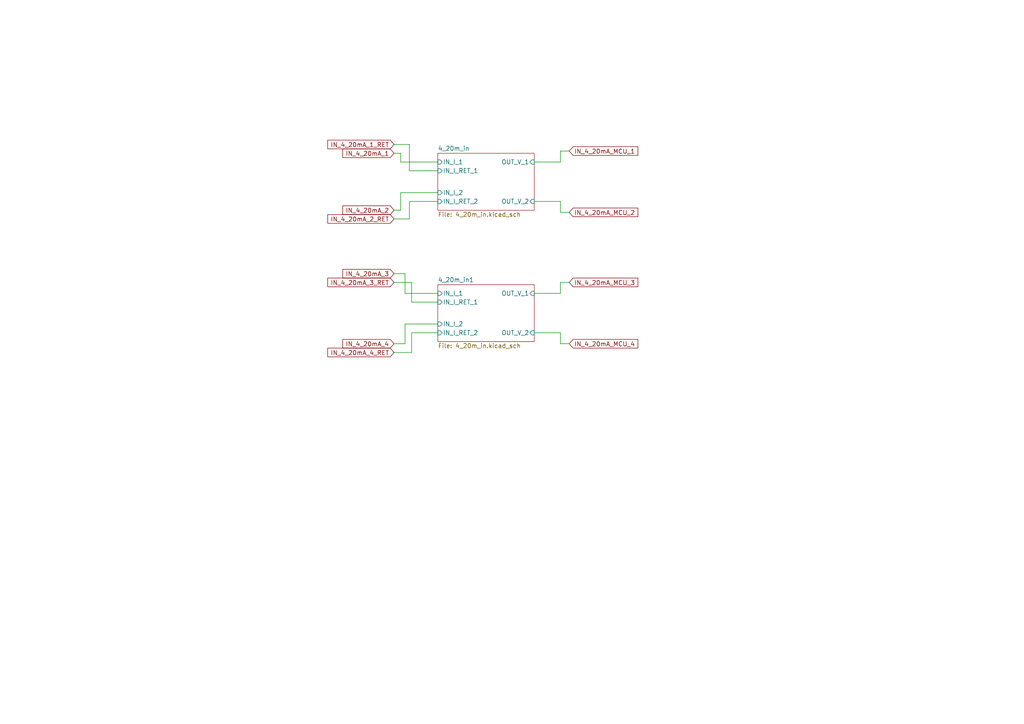
<source format=kicad_sch>
(kicad_sch (version 20211123) (generator eeschema)

  (uuid 719c63e1-07fe-4ef4-9ec8-dbb6dde13105)

  (paper "A4")

  (lib_symbols
  )


  (wire (pts (xy 114.3 79.375) (xy 117.475 79.375))
    (stroke (width 0) (type solid) (color 0 0 0 0))
    (uuid 03fbee7f-3dd7-4677-a95c-b8120d2a4127)
  )
  (wire (pts (xy 117.475 79.375) (xy 117.475 85.09))
    (stroke (width 0) (type solid) (color 0 0 0 0))
    (uuid 03fbee7f-3dd7-4677-a95c-b8120d2a4128)
  )
  (wire (pts (xy 165.1 43.815) (xy 162.56 43.815))
    (stroke (width 0) (type solid) (color 0 0 0 0))
    (uuid 0768a5ce-3e4b-4ecf-b7ab-5dac975983f6)
  )
  (wire (pts (xy 117.475 93.98) (xy 127 93.98))
    (stroke (width 0) (type solid) (color 0 0 0 0))
    (uuid 07da360a-450c-46ac-a576-e6640fd89f5f)
  )
  (wire (pts (xy 154.94 85.09) (xy 162.56 85.09))
    (stroke (width 0) (type solid) (color 0 0 0 0))
    (uuid 0a06b456-a62d-4064-9aed-ae0e5fe05fb8)
  )
  (wire (pts (xy 165.1 81.915) (xy 162.56 81.915))
    (stroke (width 0) (type solid) (color 0 0 0 0))
    (uuid 190e5472-aba4-461b-bc7d-b6b0c548036d)
  )
  (wire (pts (xy 154.94 58.42) (xy 162.56 58.42))
    (stroke (width 0) (type solid) (color 0 0 0 0))
    (uuid 22a7fe33-4e2a-4bb1-a015-cadad463bfab)
  )
  (wire (pts (xy 114.3 99.695) (xy 117.475 99.695))
    (stroke (width 0) (type solid) (color 0 0 0 0))
    (uuid 361d5291-5907-47d5-8334-91a2e21954a9)
  )
  (wire (pts (xy 117.475 99.695) (xy 117.475 93.98))
    (stroke (width 0) (type solid) (color 0 0 0 0))
    (uuid 361d5291-5907-47d5-8334-91a2e21954aa)
  )
  (wire (pts (xy 116.205 55.88) (xy 127 55.88))
    (stroke (width 0) (type solid) (color 0 0 0 0))
    (uuid 4929a4a2-12a7-4d51-8441-e372014adf13)
  )
  (wire (pts (xy 162.56 43.815) (xy 162.56 46.99))
    (stroke (width 0) (type solid) (color 0 0 0 0))
    (uuid 4986df62-cbc9-457e-bd81-e5179555441e)
  )
  (wire (pts (xy 118.745 49.53) (xy 127 49.53))
    (stroke (width 0) (type solid) (color 0 0 0 0))
    (uuid 52991054-3750-4e33-839d-b5a2eef32a8c)
  )
  (wire (pts (xy 114.3 44.45) (xy 116.205 44.45))
    (stroke (width 0) (type solid) (color 0 0 0 0))
    (uuid 536f93f4-d30e-49e7-b489-d0c7a6ee1c80)
  )
  (wire (pts (xy 116.205 44.45) (xy 116.205 46.99))
    (stroke (width 0) (type solid) (color 0 0 0 0))
    (uuid 536f93f4-d30e-49e7-b489-d0c7a6ee1c81)
  )
  (wire (pts (xy 114.3 102.235) (xy 119.38 102.235))
    (stroke (width 0) (type solid) (color 0 0 0 0))
    (uuid 56470e8a-e3de-4359-a619-1e93b6933f27)
  )
  (wire (pts (xy 119.38 102.235) (xy 119.38 96.52))
    (stroke (width 0) (type solid) (color 0 0 0 0))
    (uuid 56470e8a-e3de-4359-a619-1e93b6933f28)
  )
  (wire (pts (xy 114.3 81.915) (xy 119.38 81.915))
    (stroke (width 0) (type solid) (color 0 0 0 0))
    (uuid 63a85e18-eb68-4b1c-9370-02d2835705e8)
  )
  (wire (pts (xy 119.38 81.915) (xy 119.38 87.63))
    (stroke (width 0) (type solid) (color 0 0 0 0))
    (uuid 63a85e18-eb68-4b1c-9370-02d2835705e9)
  )
  (wire (pts (xy 114.3 41.91) (xy 118.745 41.91))
    (stroke (width 0) (type solid) (color 0 0 0 0))
    (uuid 7d64a316-fc39-4d80-b017-39230a60d5e3)
  )
  (wire (pts (xy 118.745 41.91) (xy 118.745 49.53))
    (stroke (width 0) (type solid) (color 0 0 0 0))
    (uuid 7d64a316-fc39-4d80-b017-39230a60d5e4)
  )
  (wire (pts (xy 116.205 46.99) (xy 127 46.99))
    (stroke (width 0) (type solid) (color 0 0 0 0))
    (uuid 7eed14e2-a839-4838-a7ac-e8dd17db8ee9)
  )
  (wire (pts (xy 154.94 96.52) (xy 162.56 96.52))
    (stroke (width 0) (type solid) (color 0 0 0 0))
    (uuid 823acfb9-171c-4a81-8512-a053399348b9)
  )
  (wire (pts (xy 119.38 96.52) (xy 127 96.52))
    (stroke (width 0) (type solid) (color 0 0 0 0))
    (uuid 85569e75-6924-4831-bfd1-9dda295229fd)
  )
  (wire (pts (xy 154.94 46.99) (xy 162.56 46.99))
    (stroke (width 0) (type solid) (color 0 0 0 0))
    (uuid 8cc62e96-4a64-41b5-9ca6-3892b2e4743a)
  )
  (wire (pts (xy 118.745 58.42) (xy 118.745 63.5))
    (stroke (width 0) (type solid) (color 0 0 0 0))
    (uuid 8f90a09f-0e1e-45f8-96e3-cfbcdfa699b9)
  )
  (wire (pts (xy 165.1 99.695) (xy 162.56 99.695))
    (stroke (width 0) (type solid) (color 0 0 0 0))
    (uuid 924259a4-7808-4834-ab6d-07c2de277582)
  )
  (wire (pts (xy 118.745 58.42) (xy 127 58.42))
    (stroke (width 0) (type solid) (color 0 0 0 0))
    (uuid a0b65fe5-4413-49a1-a6d6-edf209f16913)
  )
  (wire (pts (xy 162.56 81.915) (xy 162.56 85.09))
    (stroke (width 0) (type solid) (color 0 0 0 0))
    (uuid b71bcecc-f40d-4905-9776-3db5d61ee8db)
  )
  (wire (pts (xy 162.56 99.695) (xy 162.56 96.52))
    (stroke (width 0) (type solid) (color 0 0 0 0))
    (uuid bca0300f-89a9-421f-85d6-e96b2226041d)
  )
  (wire (pts (xy 119.38 87.63) (xy 127 87.63))
    (stroke (width 0) (type solid) (color 0 0 0 0))
    (uuid bcf2df5f-44a1-4c32-88b0-1fa72642462c)
  )
  (wire (pts (xy 165.1 61.595) (xy 162.56 61.595))
    (stroke (width 0) (type solid) (color 0 0 0 0))
    (uuid bffbd6e6-3f73-4789-ab9b-20ea71fbd840)
  )
  (wire (pts (xy 162.56 58.42) (xy 162.56 61.595))
    (stroke (width 0) (type solid) (color 0 0 0 0))
    (uuid c9ac1f6b-4874-4993-82d5-f03884a2e4eb)
  )
  (wire (pts (xy 117.475 85.09) (xy 127 85.09))
    (stroke (width 0) (type solid) (color 0 0 0 0))
    (uuid d86f4230-4d7d-49e5-826f-c914df6c53ec)
  )
  (wire (pts (xy 114.3 60.96) (xy 116.205 60.96))
    (stroke (width 0) (type solid) (color 0 0 0 0))
    (uuid e4f7836f-9030-4cea-88b3-84cf6652dfab)
  )
  (wire (pts (xy 116.205 60.96) (xy 116.205 55.88))
    (stroke (width 0) (type solid) (color 0 0 0 0))
    (uuid e4f7836f-9030-4cea-88b3-84cf6652dfac)
  )
  (wire (pts (xy 114.3 63.5) (xy 118.745 63.5))
    (stroke (width 0) (type solid) (color 0 0 0 0))
    (uuid e98c98ed-b8ef-47bd-b434-5412af56586a)
  )

  (global_label "IN_4_20mA_4_RET" (shape input) (at 114.3 102.235 180)
    (effects (font (size 1.27 1.27)) (justify right))
    (uuid 011cf7ca-09f1-496c-98ae-21899d0a0d24)
    (property "Intersheet References" "${INTERSHEET_REFS}" (id 0) (at 93.5505 102.1556 0)
      (effects (font (size 1.27 1.27)) (justify right) hide)
    )
  )
  (global_label "IN_4_20mA_MCU_4" (shape input) (at 165.1 99.695 0)
    (effects (font (size 1.27 1.27)) (justify left))
    (uuid 2ab31d83-a8e3-43cf-96ac-4fd7baf8f40b)
    (property "Intersheet References" "${INTERSHEET_REFS}" (id 0) (at 186.5147 99.6156 0)
      (effects (font (size 1.27 1.27)) (justify left) hide)
    )
  )
  (global_label "IN_4_20mA_3_RET" (shape input) (at 114.3 81.915 180)
    (effects (font (size 1.27 1.27)) (justify right))
    (uuid 35578775-98b2-42fd-9139-375d64b2dce2)
    (property "Intersheet References" "${INTERSHEET_REFS}" (id 0) (at 93.5505 81.8356 0)
      (effects (font (size 1.27 1.27)) (justify right) hide)
    )
  )
  (global_label "IN_4_20mA_MCU_2" (shape input) (at 165.1 61.595 0)
    (effects (font (size 1.27 1.27)) (justify left))
    (uuid 3939558f-f6ea-44ff-8964-8df05f74ae47)
    (property "Intersheet References" "${INTERSHEET_REFS}" (id 0) (at 186.5147 61.5156 0)
      (effects (font (size 1.27 1.27)) (justify left) hide)
    )
  )
  (global_label "IN_4_20mA_MCU_3" (shape input) (at 165.1 81.915 0)
    (effects (font (size 1.27 1.27)) (justify left))
    (uuid 4bd0d389-3fc4-4800-a86d-c15940713153)
    (property "Intersheet References" "${INTERSHEET_REFS}" (id 0) (at 186.5147 81.8356 0)
      (effects (font (size 1.27 1.27)) (justify left) hide)
    )
  )
  (global_label "IN_4_20mA_2" (shape input) (at 114.3 60.96 180)
    (effects (font (size 1.27 1.27)) (justify right))
    (uuid 643c6ace-484b-40ed-b15a-07e630cef680)
    (property "Intersheet References" "${INTERSHEET_REFS}" (id 0) (at 97.9048 60.8806 0)
      (effects (font (size 1.27 1.27)) (justify right) hide)
    )
  )
  (global_label "IN_4_20mA_4" (shape input) (at 114.3 99.695 180)
    (effects (font (size 1.27 1.27)) (justify right))
    (uuid 6bd6a531-84b4-44f0-bac1-c20695abe7ed)
    (property "Intersheet References" "${INTERSHEET_REFS}" (id 0) (at 97.9048 99.6156 0)
      (effects (font (size 1.27 1.27)) (justify right) hide)
    )
  )
  (global_label "IN_4_20mA_1" (shape input) (at 114.3 44.45 180)
    (effects (font (size 1.27 1.27)) (justify right))
    (uuid 96f4231f-b1ef-46a2-84b6-31ec2dc00707)
    (property "Intersheet References" "${INTERSHEET_REFS}" (id 0) (at 97.9048 44.3706 0)
      (effects (font (size 1.27 1.27)) (justify right) hide)
    )
  )
  (global_label "IN_4_20mA_MCU_1" (shape input) (at 165.1 43.815 0)
    (effects (font (size 1.27 1.27)) (justify left))
    (uuid 98dea5e4-e1a4-4f8e-a210-6a9149128137)
    (property "Intersheet References" "${INTERSHEET_REFS}" (id 0) (at 186.5147 43.7356 0)
      (effects (font (size 1.27 1.27)) (justify left) hide)
    )
  )
  (global_label "IN_4_20mA_2_RET" (shape input) (at 114.3 63.5 180)
    (effects (font (size 1.27 1.27)) (justify right))
    (uuid 9ce854cf-6910-49d4-b2a6-1bf07aa4c599)
    (property "Intersheet References" "${INTERSHEET_REFS}" (id 0) (at 93.5505 63.4206 0)
      (effects (font (size 1.27 1.27)) (justify right) hide)
    )
  )
  (global_label "IN_4_20mA_3" (shape input) (at 114.3 79.375 180)
    (effects (font (size 1.27 1.27)) (justify right))
    (uuid a0b92775-9c1e-46bc-9a10-dcf51e302a80)
    (property "Intersheet References" "${INTERSHEET_REFS}" (id 0) (at 97.9048 79.2956 0)
      (effects (font (size 1.27 1.27)) (justify right) hide)
    )
  )
  (global_label "IN_4_20mA_1_RET" (shape input) (at 114.3 41.91 180)
    (effects (font (size 1.27 1.27)) (justify right))
    (uuid a158e2b9-396e-4233-9182-7257ded68062)
    (property "Intersheet References" "${INTERSHEET_REFS}" (id 0) (at 93.5505 41.8306 0)
      (effects (font (size 1.27 1.27)) (justify right) hide)
    )
  )

  (sheet (at 127 44.45) (size 27.94 16.51)
    (stroke (width 0.001) (type solid) (color 0 0 0 0))
    (fill (color 0 0 0 0.0000))
    (uuid 91f13818-851a-4c25-b9ff-9962dd0d017b)
    (property "Sheet name" "4_20m_in" (id 0) (at 127 43.8141 0)
      (effects (font (size 1.27 1.27)) (justify left bottom))
    )
    (property "Sheet file" "4_20m_in.kicad_sch" (id 1) (at 127 61.4689 0)
      (effects (font (size 1.27 1.27)) (justify left top))
    )
    (pin "OUT_V_2" input (at 154.94 58.42 0)
      (effects (font (size 1.27 1.27)) (justify right))
      (uuid 4d88375a-531c-487a-b033-d87e8cea1427)
    )
    (pin "OUT_V_1" input (at 154.94 46.99 0)
      (effects (font (size 1.27 1.27)) (justify right))
      (uuid 54eaf4c4-9935-4d66-be9f-a586543c8919)
    )
    (pin "IN_I_RET_1" input (at 127 49.53 180)
      (effects (font (size 1.27 1.27)) (justify left))
      (uuid f052cdfe-5b0b-4a86-8836-f229d6d71dac)
    )
    (pin "IN_I_1" input (at 127 46.99 180)
      (effects (font (size 1.27 1.27)) (justify left))
      (uuid 9a29aabe-1cb3-48b0-a81e-74458443bbcb)
    )
    (pin "IN_I_2" input (at 127 55.88 180)
      (effects (font (size 1.27 1.27)) (justify left))
      (uuid 7d91a33c-d535-4ee9-a65e-a2b9abe38b02)
    )
    (pin "IN_I_RET_2" input (at 127 58.42 180)
      (effects (font (size 1.27 1.27)) (justify left))
      (uuid 05a7e313-6620-45ab-9012-396bb2060593)
    )
  )

  (sheet (at 127 82.55) (size 27.94 16.51)
    (stroke (width 0.001) (type solid) (color 0 0 0 0))
    (fill (color 0 0 0 0.0000))
    (uuid b2ade95d-9a1c-4682-a2f0-464fd02e9181)
    (property "Sheet name" "4_20m_in1" (id 0) (at 127 81.9141 0)
      (effects (font (size 1.27 1.27)) (justify left bottom))
    )
    (property "Sheet file" "4_20m_in.kicad_sch" (id 1) (at 127 99.5689 0)
      (effects (font (size 1.27 1.27)) (justify left top))
    )
    (pin "OUT_V_2" input (at 154.94 96.52 0)
      (effects (font (size 1.27 1.27)) (justify right))
      (uuid 7bf39574-73a2-4df1-94f9-28295a95354b)
    )
    (pin "OUT_V_1" input (at 154.94 85.09 0)
      (effects (font (size 1.27 1.27)) (justify right))
      (uuid 2d4f3445-9ad5-4e28-b5dd-178fb8903551)
    )
    (pin "IN_I_RET_1" input (at 127 87.63 180)
      (effects (font (size 1.27 1.27)) (justify left))
      (uuid a18d4815-92d3-4575-9286-ca911cc8c664)
    )
    (pin "IN_I_1" input (at 127 85.09 180)
      (effects (font (size 1.27 1.27)) (justify left))
      (uuid 182495aa-8db0-4900-a6a2-05a19ea94823)
    )
    (pin "IN_I_2" input (at 127 93.98 180)
      (effects (font (size 1.27 1.27)) (justify left))
      (uuid f5ab17e0-acaf-472b-9911-bc80423f99aa)
    )
    (pin "IN_I_RET_2" input (at 127 96.52 180)
      (effects (font (size 1.27 1.27)) (justify left))
      (uuid b89706d1-745b-4ccf-85f5-d5e875e1784c)
    )
  )
)

</source>
